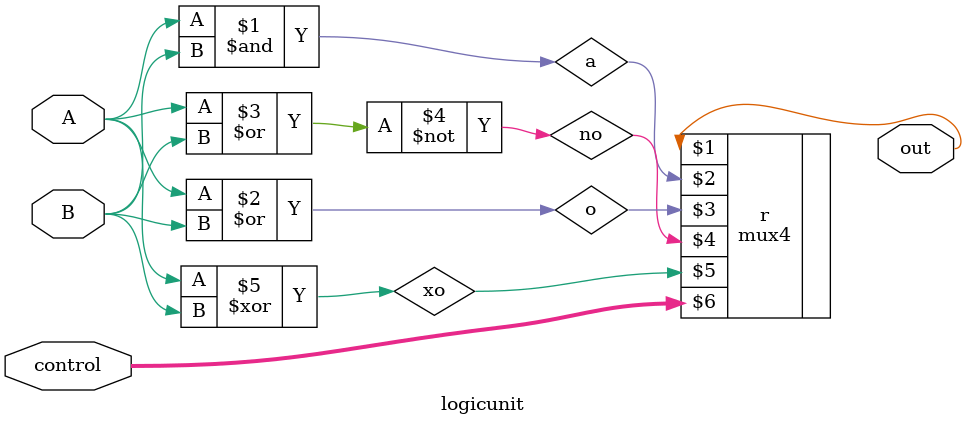
<source format=v>
module logicunit(out, A, B, control);
    output      out;
    input       A, B;
    input [1:0] control;
    wire a, o, no, xo;

    and a1(a, A, B);
    or o1(o, A, B);
    nor n1(no, A, B);
    xor x1(xo, A, B);

    mux4 r(out, a, o, no, xo, control);

endmodule // logicunit

</source>
